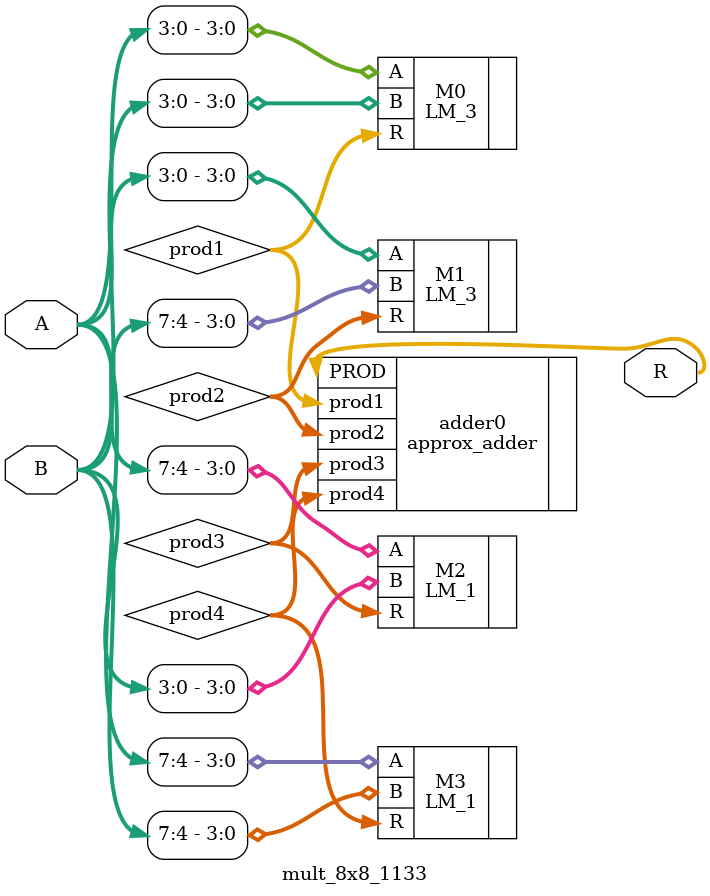
<source format=v>
module mult_8x8_1133(
input [7:0] A,
input [7:0] B,
output [15:0]R
);
wire [7:0]prod1;
wire [7:0]prod2;
wire [7:0]prod3;
wire [7:0]prod4;

LM_3 M0(.A(A[3:0]),.B(B[3:0]),.R(prod1));
LM_3 M1(.A(A[3:0]),.B(B[7:4]),.R(prod2));
LM_1 M2(.A(A[7:4]),.B(B[3:0]),.R(prod3));
LM_1 M3(.A(A[7:4]),.B(B[7:4]),.R(prod4));
approx_adder adder0(.prod1(prod1),.prod2(prod2),.prod3(prod3),.prod4(prod4),.PROD(R));
endmodule

</source>
